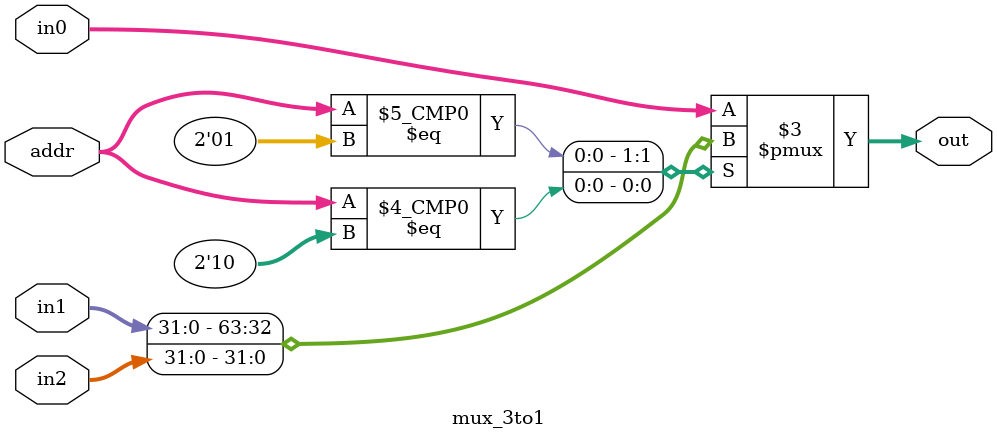
<source format=v>
module mux_3to1 (
    in0, 
    in1, 
    in2, 
    addr, 
    out
);
    input[31:0] in0, in1, in2;
    input[1:0] addr;
    output reg [31:0] out;

    always@(*)
    begin
        case (addr)
            2'd0: out = in0;
            2'd1: out = in1;
            2'd2: out = in2;
            default: out = in0;
        endcase
    end
endmodule
</source>
